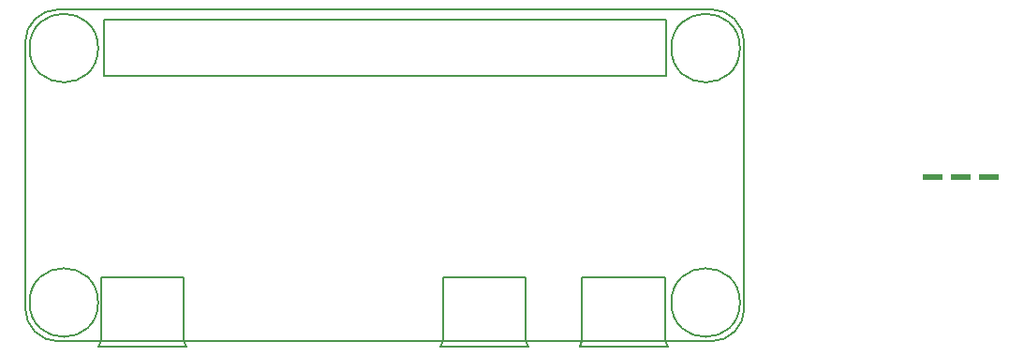
<source format=gbr>
G04 #@! TF.FileFunction,Other,ECO2*
%FSLAX46Y46*%
G04 Gerber Fmt 4.6, Leading zero omitted, Abs format (unit mm)*
G04 Created by KiCad (PCBNEW 4.0.2+dfsg1-stable) date 2019年09月16日 21時17分51秒*
%MOMM*%
G01*
G04 APERTURE LIST*
%ADD10C,0.100000*%
%ADD11C,0.127000*%
G04 APERTURE END LIST*
D10*
D11*
X33790000Y-157890000D02*
G75*
G03X33790000Y-157890000I-3100000J0D01*
G01*
X91790000Y-157890000D02*
G75*
G03X91790000Y-157890000I-3100000J0D01*
G01*
X91790000Y-134890000D02*
G75*
G03X91790000Y-134890000I-3100000J0D01*
G01*
X33790000Y-134890000D02*
G75*
G03X33790000Y-134890000I-3100000J0D01*
G01*
X27190000Y-158390000D02*
G75*
G03X30190000Y-161390000I3000000J0D01*
G01*
X30190000Y-161390000D02*
X34040000Y-161390000D01*
X34040000Y-161390000D02*
X41540000Y-161390000D01*
X41540000Y-161390000D02*
X89190000Y-161390000D01*
X89190000Y-161390000D02*
G75*
G03X92190000Y-158390000I0J3000000D01*
G01*
X92190000Y-158390000D02*
X92190000Y-134390000D01*
X92190000Y-134390000D02*
G75*
G03X89190000Y-131390000I-3000000J0D01*
G01*
X89190000Y-131390000D02*
X30190000Y-131390000D01*
X30190000Y-131390000D02*
G75*
G03X27190000Y-134390000I0J-3000000D01*
G01*
X27190000Y-134390000D02*
X27190000Y-158390000D01*
X34040000Y-161390000D02*
X34040000Y-155640000D01*
X34040000Y-155640000D02*
X41540000Y-155640000D01*
X41540000Y-155640000D02*
X41540000Y-161390000D01*
X34040000Y-161390000D02*
X33790000Y-161890000D01*
X33790000Y-161890000D02*
X41790000Y-161890000D01*
X41790000Y-161890000D02*
X41540000Y-161390000D01*
X64090000Y-161390000D02*
X64940000Y-161390000D01*
X64940000Y-161390000D02*
X72440000Y-161390000D01*
X64940000Y-161390000D02*
X64940000Y-155640000D01*
X64940000Y-155640000D02*
X72440000Y-155640000D01*
X72440000Y-155640000D02*
X72440000Y-161390000D01*
X64940000Y-161390000D02*
X64690000Y-161890000D01*
X64690000Y-161890000D02*
X72690000Y-161890000D01*
X72690000Y-161890000D02*
X72440000Y-161390000D01*
X76690000Y-161390000D02*
X77540000Y-161390000D01*
X77540000Y-161390000D02*
X85040000Y-161390000D01*
X77540000Y-161390000D02*
X77540000Y-155640000D01*
X77540000Y-155640000D02*
X85040000Y-155640000D01*
X85040000Y-155640000D02*
X85040000Y-161390000D01*
X77540000Y-161390000D02*
X77290000Y-161890000D01*
X77290000Y-161890000D02*
X85290000Y-161890000D01*
X85290000Y-161890000D02*
X85040000Y-161390000D01*
X34290000Y-132350000D02*
X34290000Y-137430000D01*
X34290000Y-137430000D02*
X85090000Y-137430000D01*
X85090000Y-137430000D02*
X85090000Y-132350000D01*
X85090000Y-132350000D02*
X34290000Y-132350000D01*
D10*
G36*
X115195780Y-146828000D02*
X113411000Y-146828000D01*
X113411000Y-146317490D01*
X115195780Y-146317490D01*
X115195780Y-146828000D01*
G37*
G36*
X112649317Y-146828000D02*
X110871000Y-146828000D01*
X110871000Y-146319550D01*
X112649317Y-146319550D01*
X112649317Y-146828000D01*
G37*
G36*
X110107460Y-146828000D02*
X108331000Y-146828000D01*
X108331000Y-146318810D01*
X110107460Y-146318810D01*
X110107460Y-146828000D01*
G37*
M02*

</source>
